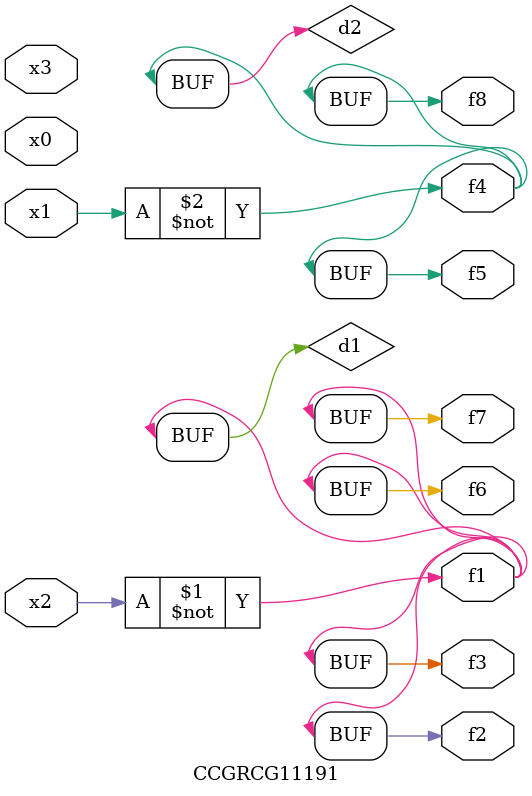
<source format=v>
module CCGRCG11191(
	input x0, x1, x2, x3,
	output f1, f2, f3, f4, f5, f6, f7, f8
);

	wire d1, d2;

	xnor (d1, x2);
	not (d2, x1);
	assign f1 = d1;
	assign f2 = d1;
	assign f3 = d1;
	assign f4 = d2;
	assign f5 = d2;
	assign f6 = d1;
	assign f7 = d1;
	assign f8 = d2;
endmodule

</source>
